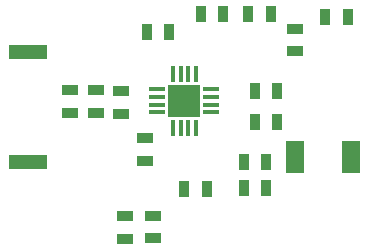
<source format=gbr>
%TF.GenerationSoftware,KiCad,Pcbnew,6.0.11+dfsg-1~bpo11+1*%
%TF.CreationDate,2023-07-04T23:33:34+00:00*%
%TF.ProjectId,LIGHTNING01,4c494748-544e-4494-9e47-30312e6b6963,01A*%
%TF.SameCoordinates,Original*%
%TF.FileFunction,Paste,Bot*%
%TF.FilePolarity,Positive*%
%FSLAX46Y46*%
G04 Gerber Fmt 4.6, Leading zero omitted, Abs format (unit mm)*
G04 Created by KiCad (PCBNEW 6.0.11+dfsg-1~bpo11+1) date 2023-07-04 23:33:34*
%MOMM*%
%LPD*%
G01*
G04 APERTURE LIST*
%ADD10R,1.397000X0.889000*%
%ADD11R,0.889000X1.397000*%
%ADD12R,3.200000X1.300000*%
%ADD13R,1.501140X2.700020*%
%ADD14R,1.400000X0.400000*%
%ADD15R,0.400000X1.400000*%
%ADD16R,2.700000X2.700000*%
G04 APERTURE END LIST*
D10*
%TO.C,R2*%
X11176000Y14668500D03*
X11176000Y16573500D03*
%TD*%
%TO.C,C3*%
X13208000Y10668000D03*
X13208000Y12573000D03*
%TD*%
D11*
%TO.C,C6*%
X23431500Y8382000D03*
X21526500Y8382000D03*
%TD*%
%TO.C,R9*%
X28448000Y22860000D03*
X30353000Y22860000D03*
%TD*%
%TO.C,R10*%
X21907500Y23114000D03*
X23812500Y23114000D03*
%TD*%
D12*
%TO.C,L1*%
X3238500Y19890000D03*
X3238500Y10590000D03*
%TD*%
D10*
%TO.C,C1*%
X9017000Y14732000D03*
X9017000Y16637000D03*
%TD*%
%TO.C,C2*%
X6858000Y14732000D03*
X6858000Y16637000D03*
%TD*%
D11*
%TO.C,C5*%
X23431500Y10604500D03*
X21526500Y10604500D03*
%TD*%
D13*
%TO.C,D1*%
X25844500Y10985500D03*
X30645100Y10985500D03*
%TD*%
D10*
%TO.C,R4*%
X11493500Y4064000D03*
X11493500Y5969000D03*
%TD*%
D11*
%TO.C,R5*%
X19812000Y23114000D03*
X17907000Y23114000D03*
%TD*%
%TO.C,R6*%
X22479000Y16598783D03*
X24384000Y16598783D03*
%TD*%
%TO.C,R7*%
X24384000Y13970000D03*
X22479000Y13970000D03*
%TD*%
D10*
%TO.C,R3*%
X13843000Y6032500D03*
X13843000Y4127500D03*
%TD*%
D11*
%TO.C,R1*%
X16510000Y8255000D03*
X18415000Y8255000D03*
%TD*%
D10*
%TO.C,R8*%
X25908000Y21844000D03*
X25908000Y19939000D03*
%TD*%
D14*
%TO.C,U1*%
X14210000Y14773000D03*
X14210000Y15423000D03*
X14210000Y16073000D03*
X14210000Y16728000D03*
D15*
X15535000Y18044000D03*
X16185000Y18044000D03*
X16835000Y18044000D03*
X17490000Y18048000D03*
D14*
X18800000Y16728000D03*
X18800000Y16073000D03*
X18800000Y15423000D03*
X18800000Y14768000D03*
D15*
X17490000Y13448000D03*
X16835000Y13452000D03*
X16185000Y13452000D03*
X15535000Y13452000D03*
D16*
X16510000Y15748000D03*
%TD*%
D11*
%TO.C,C4*%
X13335000Y21590000D03*
X15240000Y21590000D03*
%TD*%
M02*

</source>
